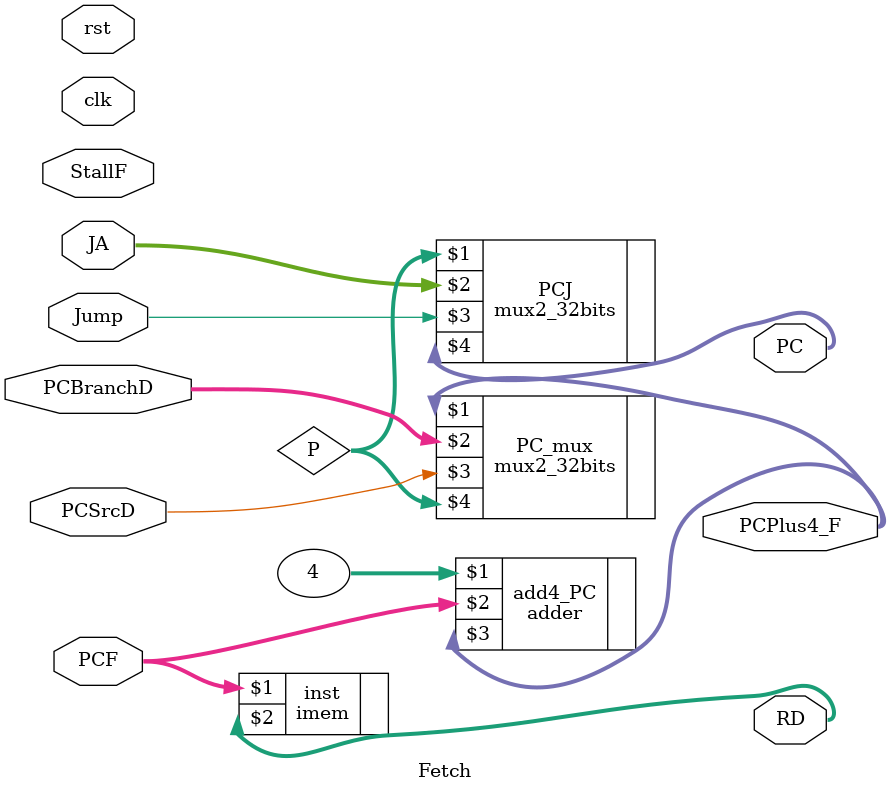
<source format=v>
module Fetch(clk, rst, StallF, RD, PCSrcD, PCBranchD, PCPlus4_F, PCF, PC, JA, Jump);
input clk, rst, StallF, PCSrcD, Jump;
input [31:0] PCBranchD, PCF, JA;

output [31:0] RD, PCPlus4_F;
output [31:0] PC;

wire [31:0] P;
mux2_32bits PC_mux(PCPlus4_F, PCBranchD, PCSrcD, P);
mux2_32bits PCJ(P, JA, Jump, PC);
adder add4_PC(32'd4, PCF, PCPlus4_F);

imem inst(PCF, RD);
endmodule
</source>
